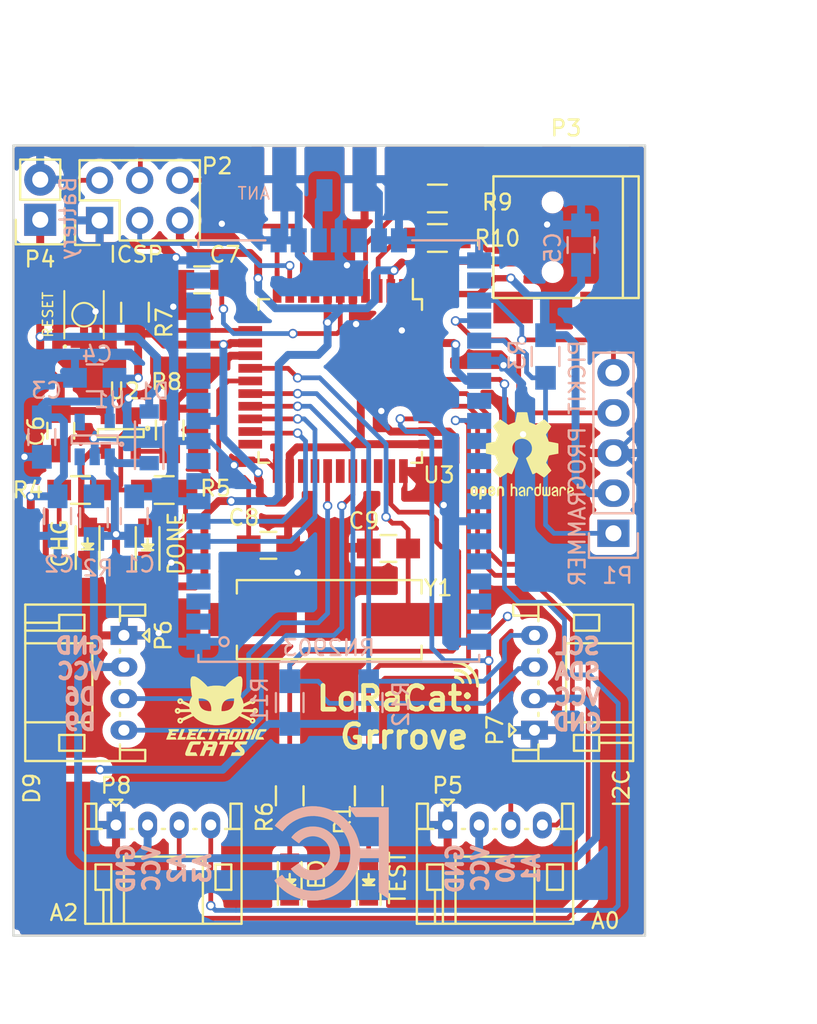
<source format=kicad_pcb>
(kicad_pcb (version 20221018) (generator pcbnew)
  (title_block (title "LoRa Cat") (rev "0.9") (company "Electronic Cats") (comment 1 "Eduardo Contreras Flores"))
  (layers (0 "F.Cu" signal) (31 "B.Cu" signal) (34 "B.Paste" user) (35 "F.Paste" user) (36 "B.SilkS" user "B.Silkscreen") (37 "F.SilkS" user "F.Silkscreen") (38 "B.Mask" user) (39 "F.Mask" user) (44 "Edge.Cuts" user))
  (net 0 "")
  (net 1 "Net-(A1-Pad1)")
  (net 2 "GND")
  (net 3 "VCC")
  (net 4 "+3V3")
  (net 5 "+BATT")
  (net 6 "Net-(C7-Pad1)")
  (net 7 "Net-(C8-Pad1)")
  (net 8 "Net-(C9-Pad1)")
  (net 9 "Net-(D2-Pad2)")
  (net 10 "Net-(D3-Pad1)")
  (net 11 "Net-(D4-Pad2)")
  (net 12 "Net-(D5-Pad2)")
  (net 13 "/RST_RN")
  (net 14 "/TEST1")
  (net 15 "/TEST0")
  (net 16 "/RST")
  (net 17 "/MOSI")
  (net 18 "/SCK")
  (net 19 "/MISO")
  (net 20 "/D-")
  (net 21 "/D+")
  (net 22 "Net-(P3-Pad5)")
  (net 23 "/A0")
  (net 24 "/A1")
  (net 25 "/D6")
  (net 26 "/D9")
  (net 27 "/SDA")
  (net 28 "/SCL")
  (net 29 "/A2")
  (net 30 "/A3")
  (net 31 "Net-(MODULE1-Pad36)")
  (net 32 "Net-(R2-Pad1)")
  (net 33 "Net-(R4-Pad1)")
  (net 34 "/D13")
  (net 35 "Net-(R8-Pad1)")
  (net 36 "Net-(R9-Pad1)")
  (net 37 "Net-(R10-Pad1)")
  (net 38 "Net-(U1-Pad4)")
  (net 39 "Net-(U3-Pad1)")
  (net 40 "Net-(U3-Pad8)")
  (net 41 "Net-(U3-Pad12)")
  (net 42 "/RX_TX")
  (net 43 "/TX_RX")
  (net 44 "Net-(U3-Pad22)")
  (net 45 "Net-(U3-Pad25)")
  (net 46 "Net-(U3-Pad26)")
  (net 47 "Net-(U3-Pad28)")
  (net 48 "Net-(U3-Pad30)")
  (net 49 "Net-(U3-Pad31)")
  (net 50 "Net-(U3-Pad40)")
  (net 51 "Net-(U3-Pad41)")
  (net 52 "Net-(MODULE1-Pad46)")
  (net 53 "Net-(MODULE1-Pad45)")
  (net 54 "Net-(MODULE1-Pad44)")
  (net 55 "Net-(MODULE1-Pad43)")
  (net 56 "Net-(MODULE1-Pad40)")
  (net 57 "Net-(MODULE1-Pad39)")
  (net 58 "Net-(MODULE1-Pad38)")
  (net 59 "Net-(MODULE1-Pad37)")
  (net 60 "Net-(MODULE1-Pad35)")
  (net 61 "Net-(MODULE1-Pad25)")
  (net 62 "Net-(MODULE1-Pad14)")
  (net 63 "Net-(MODULE1-Pad13)")
  (net 64 "Net-(MODULE1-Pad10)")
  (net 65 "Net-(MODULE1-Pad9)")
  (net 66 "Net-(MODULE1-Pad5)")
  (net 67 "Net-(MODULE1-Pad4)")
  (net 68 "Net-(MODULE1-Pad3)")
  (net 69 "Net-(MODULE1-Pad2)")
  (footprint "Capacitors_SMD:C_0805_HandSoldering" (layer "F.Cu") (at 127.8 93.2 -90)
    (fp_text reference "C6")
    (fp_text value "10uF")
  )
  (footprint "Capacitors_SMD:C_0805_HandSoldering" (layer "F.Cu") (at 136.75 83.65 180)
    (fp_text reference "C7")
    (fp_text value "1uF")
  )
  (footprint "Capacitors_SMD:C_0805_HandSoldering" (layer "F.Cu") (at 140.95 100.45)
    (fp_text reference "C8")
    (fp_text value "22pF")
  )
  (footprint "Capacitors_SMD:C_0805_HandSoldering" (layer "F.Cu") (at 148.55 100.65 180)
    (fp_text reference "C9")
    (fp_text value "22pF")
  )
  (footprint "LEDs:LED_0805" (layer "F.Cu") (at 147.3 121.60098 90)
    (fp_text reference "D2")
    (fp_text value "TEST")
  )
  (footprint "LEDs:LED_0805" (layer "F.Cu") (at 129.5 100.35 90)
    (fp_text reference "D3")
    (fp_text value "CHG")
  )
  (footprint "LEDs:LED_0805" (layer "F.Cu") (at 133.3 100.39902 90)
    (fp_text reference "D4")
    (fp_text value "DONE")
  )
  (footprint "LEDs:LED_0805" (layer "F.Cu") (at 142.3 121.60098 90)
    (fp_text reference "D5")
    (fp_text value "LED")
  )
  (footprint "Pin_Headers:Pin_Header_Straight_2x03" (layer "F.Cu") (at 130.26 79.89 90)
    (fp_text reference "P2")
    (fp_text value "ICSP")
  )
  (footprint "Pin_Headers:Pin_Header_Straight_1x02" (layer "F.Cu") (at 126.5 79.85 180)
    (fp_text reference "P4")
    (fp_text value "Battery")
  )
  (footprint "Connectors_JST:JST_PH_S4B-PH-K_04x2.00mm_Angled" (layer "F.Cu") (at 152.3 118.15)
    (fp_text reference "P5")
    (fp_text value "A0")
  )
  (footprint "Connectors_JST:JST_PH_S4B-PH-K_04x2.00mm_Angled" (layer "F.Cu") (at 131.8 106.15 -90)
    (fp_text reference "P6")
    (fp_text value "D9")
  )
  (footprint "Connectors_JST:JST_PH_S4B-PH-K_04x2.00mm_Angled" (layer "F.Cu") (at 157.8 112.15 90)
    (fp_text reference "P7")
    (fp_text value "I2C")
  )
  (footprint "Connectors_JST:JST_PH_S4B-PH-K_04x2.00mm_Angled" (layer "F.Cu") (at 131.3 118.15)
    (fp_text reference "P8")
    (fp_text value "A2")
  )
  (footprint "Resistors_SMD:R_0805_HandSoldering" (layer "F.Cu") (at 147.3 116.3 -90)
    (fp_text reference "R1")
    (fp_text value "100R")
  )
  (footprint "Resistors_SMD:R_0805_HandSoldering" (layer "F.Cu") (at 129.05 96.95 180)
    (fp_text reference "R4")
    (fp_text value "330R")
  )
  (footprint "Resistors_SMD:R_0805_HandSoldering" (layer "F.Cu") (at 134.35 96.95)
    (fp_text reference "R5")
    (fp_text value "330R")
  )
  (footprint "Resistors_SMD:R_0805_HandSoldering" (layer "F.Cu") (at 142.3 116.3 -90)
    (fp_text reference "R6")
    (fp_text value "330")
  )
  (footprint "Resistors_SMD:R_0805_HandSoldering" (layer "F.Cu") (at 132.5 85.7 90)
    (fp_text reference "R7")
    (fp_text value "10K")
  )
  (footprint "Resistors_SMD:R_0805_HandSoldering" (layer "F.Cu") (at 134.7 93.15 90)
    (fp_text reference "R8")
    (fp_text value "10K")
  )
  (footprint "Resistors_SMD:R_0805_HandSoldering" (layer "F.Cu") (at 151.65 78.5)
    (fp_text reference "R9")
    (fp_text value "22R")
  )
  (footprint "Resistors_SMD:R_0805_HandSoldering" (layer "F.Cu") (at 151.65 81)
    (fp_text reference "R10")
    (fp_text value "22R")
  )
  (footprint "TO_SOT_Packages_SMD:SOT-23-5" (layer "F.Cu") (at 131.6 93.35 -90)
    (fp_text reference "U2")
    (fp_text value "MCP73831T-2ATI/OT")
  )
  (footprint "Housings_QFP:TQFP-44_10x10mm_Pitch0.8mm" (layer "F.Cu") (at 145.5 90.05 -90)
    (fp_text reference "U3")
    (fp_text value "ATmega32U4-AU")
  )
  (footprint "Crystals:Crystal_HC49-SD_SMD" (layer "F.Cu") (at 144.8 105.15)
    (fp_text reference "Y1")
    (fp_text value "8Mhz")
  )
  (footprint "TIH:SW_B3U-1000P" (layer "F.Cu") (at 129.274 85.856 90)
    (fp_text reference "SW1")
    (fp_text value "RESET")
  )
  (footprint "TIH:electronic_cats_logo_4x3" (layer "F.Cu") (at 137.656 111.256)
    (fp_text reference "G***" hide)
    (fp_text value "LOGO" hide)
  )
  (footprint "Symbols:OSHW-Logo2_7.3x6mm_SilkScreen" (layer "F.Cu") (at 157.02 94.79)
    (fp_text reference "REF***" hide)
    (fp_text value "OSHW-Logo2_7.3x6mm_SilkScreen" hide)
  )
  (footprint "Connect:USB_Mini-B" (layer "F.Cu") (at 159.79932 80.9499 180)
    (fp_text reference "P3")
    (fp_text value "USB_A")
  )
  (footprint "CatSat:SMA_Conn_Ant" (layer "B.Cu") (at 144.5 75.25 -90)
    (fp_text reference "A1")
    (fp_text value "ANT")
  )
  (footprint "Capacitors_SMD:C_0805_HandSoldering" (layer "B.Cu") (at 132.45 98.6 90)
    (fp_text reference "C1")
    (fp_text value "10uF")
  )
  (footprint "Capacitors_SMD:C_0805_HandSoldering" (layer "B.Cu") (at 127.6 98.6 -90)
    (fp_text reference "C2")
    (fp_text value "10uF")
  )
  (footprint "Capacitors_SMD:C_0805_HandSoldering" (layer "B.Cu") (at 126.6 93.6 -90)
    (fp_text reference "C3")
    (fp_text value "1uF")
  )
  (footprint "Capacitors_SMD:C_0805_HandSoldering" (layer "B.Cu") (at 129.95 89.85 180)
    (fp_text reference "C4")
    (fp_text value "0.1uF")
  )
  (footprint "Capacitors_SMD:C_0805_HandSoldering" (layer "B.Cu") (at 160.75 81.45 90)
    (fp_text reference "C5")
    (fp_text value "0.1uF")
  )
  (footprint "Diodes_SMD:SOD-123" (layer "B.Cu") (at 133.4 93.615 90)
    (fp_text reference "D1")
    (fp_text value "MBR120")
  )
  (footprint "Pin_Headers:Pin_Header_Straight_1x05" (layer "B.Cu") (at 162.8 99.69)
    (fp_text reference "P1")
    (fp_text value "PICKIT PROGRAMMER")
  )
  (footprint "Resistors_SMD:R_0805_HandSoldering" (layer "B.Cu") (at 129.9 98.7 -90)
    (fp_text reference "R2")
    (fp_text value "100K")
  )
  (footprint "Resistors_SMD:R_0805_HandSoldering" (layer "B.Cu") (at 158.5 88.5 -90)
    (fp_text reference "R3")
    (fp_text value "10K")
  )
  (footprint "Resistors_SMD:R_0805_HandSoldering" (layer "B.Cu") (at 142.3 110.4 90)
    (fp_text reference "R11")
    (fp_text value "4.7K")
  )
  (footprint "Resistors_SMD:R_0805_HandSoldering" (layer "B.Cu") (at 147.3 110.4 90)
    (fp_text reference "R12")
    (fp_text value "4.7K")
  )
  (footprint "TO_SOT_Packages_SMD:SOT-23-5" (layer "B.Cu") (at 129.95 93.75 90)
    (fp_text reference "U1")
    (fp_text value "AP2112")
  )
  (footprint "Library:RN2483" (layer "B.Cu") (at 154.298262 107.82 180)
    (fp_text reference "RN2903")
    (fp_text value "RN2903" hide)
  )
  (footprint "Symbols:FCC-Logo_7.3x6mm_SilkScreen" (layer "B.Cu") (at 144.94 119.94 180)
    (fp_text reference "REF***" hide)
    (fp_text value "FCC-Logo_7.3x6mm_SilkScreen" hide)
  )
  (gr_arc (start 152.7 107.85) (mid 153.76066 108.28934) (end 154.2 109.35) (stroke (width 0.2)) (layer "F.SilkS"))
  (gr_arc (start 152.8 108.35) (mid 153.414056 108.575131) (end 153.737074 109.143821) (stroke (width 0.2)) (layer "F.SilkS"))
  (gr_arc (start 152.8 108.8) (mid 153.080314 108.885966) (end 153.264238 109.114305) (stroke (width 0.2)) (layer "F.SilkS"))
  (gr_line (start 164.8 75.15) (end 164.8 125.15) (stroke (width 0.15)) (layer "Edge.Cuts"))
  (gr_line (start 164.8 125.15) (end 124.8 125.15) (stroke (width 0.15)) (layer "Edge.Cuts"))
  (gr_line (start 124.8 125.15) (end 124.8 75.15) (stroke (width 0.15)) (layer "Edge.Cuts"))
  (gr_line (start 124.8 75.15) (end 164.8 75.15) (stroke (width 0.15)) (layer "Edge.Cuts"))
  (gr_text "GND\nVCC\nA2\nA3" (at 134.354 120.908 90) (layer "B.SilkS") (effects (font (size 1 1) (thickness 0.25)) (justify mirror)))
  (gr_text "GND\nVCC\nA0\nA1" (at 155.182 120.908 90) (layer "B.SilkS") (effects (font (size 1 1) (thickness 0.25)) (justify mirror)))
  (gr_text "SCL\nSDA\nVCC\nGND" (at 160.516 109.25) (layer "B.SilkS") (effects (font (size 1 1) (thickness 0.25)) (justify mirror)))
  (gr_text "GND\nVCC\nD6\nD9" (at 129.02 109.224) (layer "B.SilkS") (effects (font (size 1 1) (thickness 0.25)) (justify mirror)))
  (gr_text "LoRaCat: \nGrrrove" (at 149.55 111.35) (layer "F.SilkS") (effects (font (size 1.5 1.5) (thickness 0.3))))
  (segment (start 144.5 78.298) (end 144.138262 78.659738) (width 0.5) (layer "B.Cu") (net 1))
  (segment (start 144.138262 78.659738) (end 144.138262 81.15) (width 0.5) (layer "B.Cu") (net 1))
  (segment (start 134.7 91.7) (end 134.7 91.8) (width 0.5) (layer "F.Cu") (net 2))
  (segment (start 131.67 91.15) (end 132.1 91.15) (width 0.3) (layer "F.Cu") (net 2))
  (segment (start 162.8 94.61) (end 161.284 94.61) (width 0.5) (layer "F.Cu") (net 2))
  (segment (start 134.69804 101.44804) (end 134.8 101.55) (width 0.5) (layer "F.Cu") (net 2))
  (segment (start 142.2 101.575) (end 142.8 102.175) (width 0.5) (layer "F.Cu") (net 2))
  (segment (start 141.5 95.75) (end 140.849999 95.099999) (width 0.3) (layer "F.Cu") (net 2))
  (segment (start 149.85 95.75) (end 152.15 98.05) (width 0.5) (layer "F.Cu") (net 2))
  (segment (start 130 87.9) (end 130 85.65) (width 0.5) (layer "F.Cu") (net 2))
  (segment (start 139.8 88.45) (end 138.55 88.45) (width 0.5) (layer "F.Cu") (net 2))
  (segment (start 158.59974 80.15026) (end 158.6 80.15) (width 0.5) (layer "F.Cu") (net 2))
  (segment (start 148.1 92.65) (end 148.1 91.95) (width 0.5) (layer "F.Cu") (net 2))
  (segment (start 152.8 93.660002) (end 152.8 95.2) (width 0.5) (layer "F.Cu") (net 2))
  (segment (start 147.1 100.45) (end 147.3 100.65) (width 0.3) (layer "F.Cu") (net 2))
  (segment (start 156.35 80.1498) (end 158.5998 80.1498) (width 0.3) (layer "F.Cu") (net 2))
  (segment (start 127.8 94.45) (end 128.57343 93.67657) (width 0.5) (layer "F.Cu") (net 2))
  (segment (start 139.050001 95.099999) (end 138.769669 95.380331) (width 0.3) (layer "F.Cu") (net 2))
  (segment (start 152.25 95.75) (end 151.57499 95.75) (width 0.5) (layer "F.Cu") (net 2))
  (segment (start 158.6 80.15) (end 159.230998 80.15) (width 0.5) (layer "F.Cu") (net 2))
  (segment (start 161.284 94.61) (end 160.099 93.425) (width 0.5) (layer "F.Cu") (net 2))
  (segment (start 131.8 106.15) (end 133.85 106.15) (width 0.5) (layer "F.Cu") (net 2))
  (segment (start 127.8 94.45) (end 125.9 94.45) (width 0.5) (layer "F.Cu") (net 2))
  (segment (start 131.6 92.25) (end 131.6 91.22) (width 0.3) (layer "F.Cu") (net 2))
  (segment (start 131.6 91.22) (end 131.67 91.15) (width 0.3) (layer "F.Cu") (net 2))
  (segment (start 149.5 95.75) (end 151.57499 95.75) (width 0.5) (layer "F.Cu") (net 2))
  (segment (start 149.5 95.75) (end 149.85 95.75) (width 0.5) (layer "F.Cu") (net 2))
  (segment (start 133.85 106.15) (end 134 106) (width 0.5) (layer "F.Cu") (net 2))
  (segment (start 160.099 93.425) (end 157.075 93.425) (width 0.5) (layer "F.Cu") (net 2))
  (segment (start 138.15 88.85) (end 137.55 88.85) (width 0.5) (layer "F.Cu") (net 2))
  (segment (start 146.3 83.1) (end 145.925 82.725) (width 0.5) (layer "F.Cu") (net 2))
  (segment (start 152.389998 93.25) (end 152.8 93.660002) (width 0.5) (layer "F.Cu") (net 2))
  (segment (start 151.2 93.25) (end 148.7 93.25) (width 0.5) (layer "F.Cu") (net 2))
  (segment (start 133.3 101.44804) (end 134.69804 101.44804) (width 0.5) (layer "F.Cu") (net 2))
  (segment (start 137.55 88.85) (end 134.7 91.7) (width 0.5) (layer "F.Cu") (net 2))
  (segment (start 138.55 88.45) (end 138.15 88.85) (width 0.5) (layer "F.Cu") (net 2))
  (segment (start 125.9 94.45) (end 125.5 94.85) (width 0.5) (layer "F.Cu") (net 2))
  (segment (start 151.2 86.85) (end 149.4 86.85) (width 0.5) (layer "F.Cu") (net 2))
  (segment (start 151.2 93.25) (end 152.389998 93.25) (width 0.5) (layer "F.Cu") (net 2))
  (segment (start 140.849999 95.099999) (end 139.050001 95.099999) (width 0.3) (layer "F.Cu") (net 2))
  (segment (start 128.57343 93.67657) (end 129.888258 93.67657) (width 0.5) (layer "F.Cu") (net 2))
  (segment (start 152.8 95.2) (end 152.25 95.75) (width 0.5) (layer "F.Cu") (net 2))
  (segment (start 148.7 93.25) (end 148.1 92.65) (width 0.5) (layer "F.Cu") (net 2))
  (segment (start 135.5 83.65) (end 135.5 84.775) (width 0.5) (layer "F.Cu") (net 2))
  (segment (start 146.3 84.35) (end 146.3 83.1) (width 0.5) (layer "F.Cu") (net 2))
  (segment (start 142.2 100.45) (end 142.2 101.575) (width 0.5) (layer "F.Cu") (net 2))
  (segment (start 142.2 100.45) (end 147.1 100.45) (width 0.3) (layer "F.Cu") (net 2))
  (segment (start 135.5 84.775) (end 134.925 85.35) (width 0.5) (layer "F.Cu") (net 2))
  (segment (start 146.3 86.25) (end 146.5 86.45) (width 0.5) (layer "F.Cu") (net 2))
  (segment (start 146.3 84.35) (end 146.3 86.25) (width 0.5) (layer "F.Cu") (net 2))
  (segment (start 158.5998 80.1498) (end 158.6 80.15) (width 0.5) (layer "F.Cu") (net 2))
  (via (at 148.1 91.95) (size 0.6) (drill 0.4) (layers "F.Cu" "B.Cu") (net 2))
  (via (at 146.5 86.45) (size 0.6) (drill 0.4) (layers "F.Cu" "B.Cu") (net 2))
  (via (at 138.769669 95.380331) (size 0.6) (drill 0.4) (layers "F.Cu" "B.Cu") (net 2))
  (via (at 129.888258 93.67657) (size 0.6) (drill 0.4) (layers "F.Cu" "B.Cu") (net 2))
  (via (at 155.840262 89.05) (size 0.6) (drill 0.4) (layers "F.Cu" "B.Cu") (net 2))
  (via (at 135.086262 82.25) (size 0.6) (drill 0.4) (layers "F.Cu" "B.Cu") (net 2))
  (via (at 145.925 82.725) (size 0.6) (drill 0.4) (layers "F.Cu" "B.Cu") (net 2))
  (via (at 142.8 102.175) (size 0.6) (drill 0.4) (layers "F.Cu" "B.Cu") (net 2))
  (via (at 132.1 91.15) (size 0.6) (drill 0.4) (layers "F.Cu" "B.Cu") (net 2))
  (via (at 125.5 94.85) (size 0.6) (drill 0.4) (layers "F.Cu" "B.Cu") (net 2))
  (via (at 138 80.1) (size 0.6) (drill 0.4) (layers "F.Cu" "B.Cu") (net 2))
  (via (at 149.4 86.85) (size 0.6) (drill 0.4) (layers "F.Cu" "B.Cu") (net 2))
  (via (at 130 85.65) (size 0.6) (drill 0.4) (layers "F.Cu" "B.Cu") (net 2))
  (via (at 134.925 85.35) (size 0.6) (drill 0.4) (layers "F.Cu" "B.Cu") (net 2))
  (via (at 134 106) (size 0.6) (drill 0.4) (layers "F.Cu" "B.Cu") (net 2))
  (via (at 152.05 97.9) (size 0.6) (drill 0.4) (layers "F.Cu" "B.Cu") (net 2))
  (via (at 158.6 80.15) (size 0.6) (drill 0.4) (layers "F.Cu" "B.Cu") (net 2))
  (via (at 134.8 101.55) (size 0.6) (drill 0.4) (layers "F.Cu" "B.Cu") (net 2))
  (via (at 157.075 93.425) (size 0.6) (drill 0.4) (layers "F.Cu" "B.Cu") (net 2))
  (segment (start 147.948262 78.190262) (end 147.04 77.282) (width 0.5) (layer "B.Cu") (net 2))
  (segment (start 125.475 94.85) (end 125.149999 95.175001) (width 0.5) (layer "B.Cu") (net 2))
  (segment (start 129.95 94.85) (end 129.95 93.82) (width 0.3) (layer "B.Cu") (net 2))
  (segment (start 129.888258 93.67657) (end 131.9 93.75) (width 0.3) (layer "B.Cu") (net 2))
  (segment (start 125.5 94.85) (end 125.174999 95.175001) (width 0.5) (layer "B.Cu") (net 2))
  (segment (start 134.375736 101.55) (end 134 101.925736) (width 0.5) (layer "B.Cu") (net 2))
  (segment (start 164.4 101.85) (end 164.3 101.95) (width 0.5) (layer "B.Cu") (net 2))
  (segment (start 125.149999 95.175001) (end 125.149999 98.224999) (width 0.5) (layer "B.Cu") (net 2))
  (segment (start 164.225 87.325) (end 163.8 87.325) (width 0.5) (layer "B.Cu") (net 2))
  (segment (start 148.102 77.282) (end 148.55 77.73) (width 0.3) (layer "B.Cu") (net 2))
  (segment (start 149.218262 79.888) (end 149.218262 81.15) (width 0.5) (layer "B.Cu") (net 2))
  (segment (start 141.96 80.788262) (end 141.598262 81.15) (width 0.5) (layer "B.Cu") (net 2))
  (segment (start 152.05 97.9) (end 152.05 98.324264) (width 0.5) (layer "B.Cu") (net 2))
  (segment (start 148.102 77.282) (end 147.04 77.282) (width 0.3) (layer "B.Cu") (net 2))
  (segment (start 129.95 93.738312) (end 129.888258 93.67657) (width 0.5) (layer "B.Cu") (net 2))
  (segment (start 155.560262 88.77) (end 154.298262 88.77) (width 0.4) (layer "B.Cu") (net 2))
  (segment (start 131.9 93.75) (end 132.1 93.55) (width 0.3) (layer "B.Cu") (net 2))
  (segment (start 141.55 81.101738) (end 141.598262 81.15) (width 0.5) (layer "B.Cu") (net 2))
  (segment (start 157.025 90.234738) (end 155.560262 88.77) (width 0.5) (layer "B.Cu") (net 2))
  (segment (start 130.02 93.75) (end 129.888258 93.67657) (width 0.3) (layer "B.Cu") (net 2))
  (segment (start 138.025 80.075) (end 138 80.1) (width 0.5) (layer "B.Cu") (net 2))
  (segment (start 149.218262 78.198262) (end 149.218262 79.888) (width 0.5) (layer "B.Cu") (net 2))
  (segment (start 152.100736 98.375) (end 152.05 98.324264) (width 0.5) (layer "B.Cu") (net 2))
  (segment (start 141.96 77.282) (end 141.96 80.788262) (width 0.5) (layer "B.Cu") (net 2))
  (segment (start 149.218262 78.398262) (end 148.102 77.282) (width 0.3) (layer "B.Cu") (net 2))
  (segment (start 163.46 94.61) (end 164.5 95.65) (width 0.3) (layer "B.Cu") (net 2))
  (segment (start 125.149999 98.224999) (end 125.55 98.625) (width 0.5) (layer "B.Cu") (net 2))
  (segment (start 155.560262 88.77) (end 155.840262 89.05) (width 0.5) (layer "B.Cu") (net 2))
  (segment (start 141.598262 77.643738) (end 141.96 77.282) (width 0.5) (layer "B.Cu") (net 2))
  (segment (start 157.025 92.025) (end 157.025 90.234738) (width 0.4) (layer "B.Cu") (net 2))
  (segment (start 134 101.925736) (end 134 105.575736) (width 0.5) (layer "B.Cu") (net 2))
  (segment (start 164.4 95.65) (end 164.4 101.75) (width 0.3) (layer "B.Cu") (net 2))
  (segment (start 162.8 94.61) (end 162.9524 94.61) (width 0.5) (layer "B.Cu") (net 2))
  (segment (start 148.302 77.282) (end 149.218262 78.198262) (width 0.5) (layer "B.Cu") (net 2))
  (segment (start 160.7 80.15) (end 160.75 80.2) (width 0.5) (layer "B.Cu") (net 2))
  (segment (start 125.174999 95.175001) (end 125.149999 95.175001) (width 0.5) (layer "B.Cu") (net 2))
  (segment (start 158.6 80.15) (end 160.7 80.15) (width 0.5) (layer "B.Cu") (net 2))
  (segment (start 134 105.575736) (end 134 106) (width 0.5) (layer "B.Cu") (net 2))
  (segment (start 129.95 94.85) (end 129.95 93.738312) (width 0.5) (layer "B.Cu") (net 2))
  (segment (start 126.6 94.85) (end 125.475 94.85) (width 0.5) (layer "B.Cu") (net 2))
  (segment (start 136.518262 82.42) (end 135.256262 82.42) (width 0.5) (layer "B.Cu") (net 2))
  (segment (start 147.948262 81.15) (end 147.948262 78.190262) (width 0.5) (layer "B.Cu") (net 2))
  (segment (start 126.6 94.85) (end 125.6 94.85) (width 0.5) (layer "B.Cu") (net 2))
  (segment (start 145.408262 81.15) (end 145.408262 82.208262) (width 0.5) (layer "B.Cu") (net 2))
  (segment (start 164.4 101.75) (end 164.4 101.85) (width 0.5) (layer "B.Cu") (net 2))
  (segment (start 125.5 94.85) (end 126.6 94.85) (width 0.5) (layer "B.Cu") (net 2))
  (segment (start 128.4 89.85) (end 128 89.45) (width 0.5) (layer "B.Cu") (net 2))
  (segment (start 164.45 87.55) (end 164.225 87.325) (width 0.5) (layer "B.Cu") (net 2))
  (segment (start 164.3 101.95) (end 163.7 101.95) (width 0.3) (layer "B.Cu") (net 2))
  (segment (start 164.45 93.1124) (end 164.45 87.55) (width 0.3) (layer "B.Cu") (net 2))
  (segment (start 137.239338 93.85) (end 136.518262 93.85) (width 0.3) (layer "B.Cu") (net 2))
  (segment (start 142.868262 82.068262) (end 143.65 82.85) (width 0.5) (layer "B.Cu") (net 2))
  (segment (start 125.55 98.625) (end 125.55 98.8) (width 0.5) (layer "B.Cu") (net 2))
  (segment (start 162.8 94.61) (end 163.46 94.61) (width 0.5) (layer "B.Cu") (net 2))
  (segment (start 162.9524 94.61) (end 164.45 93.1124) (width 0.3) (layer "B.Cu") (net 2))
  (segment (start 149.218262 81.15) (end 149.218262 78.398262) (width 0.3) (layer "B.Cu") (net 2))
  (segment (start 135.256262 82.42) (end 135.086262 82.25) (width 0.5) (layer "B.Cu") (net 2))
  (segment (start 128.7 89.85) (end 128.4 89.85) (width 0.5) (layer "B.Cu") (net 2))
  (segment (start 147.04 77.282) (end 148.302 77.282) (width 0.5) (layer "B.Cu") (net 2))
  (segment (start 138.769669 95.380331) (end 137.239338 93.85) (width 0.3) (layer "B.Cu") (net 2))
  (segment (start 145.408262 82.208262) (end 145.925 82.725) (width 0.5) (layer "B.Cu") (net 2))
  (segment (start 140.590262 81.15) (end 139.515262 80.075) (width 0.5) (layer "B.Cu") (net 2))
  (segment (start 134.8 101.55) (end 134.375736 101.55) (width 0.5) (layer "B.Cu") (net 2))
  (segment (start 132.1 93.55) (end 132.1 91.15) (width 0.3) (layer "B.Cu") (net 2))
  (segment (start 142.868262 81.15) (end 142.868262 82.068262) (width 0.5) (layer "B.Cu") (net 2))
  (segment (start 139.515262 80.075) (end 138.025 80.075) (width 0.5) (layer "B.Cu") (net 2))
  (segment (start 142.868262 81.15) (end 142.868262 78.190262) (width 0.5) (layer "B.Cu") (net 2))
  (segment (start 141.598262 81.15) (end 140.590262 81.15) (width 0.5) (layer "B.Cu") (net 2))
  (segment (start 142.868262 78.190262) (end 141.96 77.282) (width 0.5) (layer "B.Cu") (net 2))
  (segment (start 144.7 84.35) (end 144.7 85.6) (width 0.5) (layer "F.Cu") (net 3))
  (segment (start 148.800001 83.149999) (end 148.7 83.25) (width 0.4) (layer "F.Cu") (net 3))
  (segment (start 129.1 98.55) (end 129.5 98.95) (width 0.5) (layer "F.Cu") (net 3))
  (segment (start 144.7 85.6) (end 144.7 86.35) (width 0.5) (layer "F.Cu") (net 3))
  (segment (start 136.9 102.45) (end 136.3 103.05) (width 0.5) (layer "F.Cu") (net 3))
  (segment (start 129.5 98.95) (end 129.5 99.30098) (width 0.5) (layer "F.Cu") (net 3))
  (segment (start 129.825 94.45) (end 130.65 94.45) (width 0.4) (layer "F.Cu") (net 3))
  (segment (start 149.39944 82.55056) (end 148.9 83.05) (width 0.5) (layer "F.Cu") (net 3))
  (segment (start 148.7 83.25) (end 148.7 84.35) (width 0.4) (layer "F.Cu") (net 3))
  (segment (start 136.178686 81.95) (end 139.8 81.95) (width 0.5) (layer "F.Cu") (net 3))
  (segment (start 136.3 103.05) (end 131.8 103.05) (width 0.5) (layer "F.Cu") (net 3))
  (segment (start 130.85098 99.30098) (end 129.5 99.30098) (width 0.5) (layer "F.Cu") (net 3))
  (segment (start 129.1 95.175) (end 129.1 98.55) (width 0.4) (layer "F.Cu") (net 3))
  (segment (start 131.3 99.75) (end 130.85098 99.30098) (width 0.5) (layer "F.Cu") (net 3))
  (segment (start 156.35 82.5501) (end 149.3999 82.5501) (width 0.3) (layer "F.Cu") (net 3))
  (segment (start 139.8 81.95) (end 140.3 82.45) (width 0.5) (layer "F.Cu") (net 3))
  (segment (start 137.8 97.65) (end 136.9 98.55) (width 0.5) (layer "F.Cu") (net 3))
  (segment (start 129.825 94.45) (end 129.1 95.175) (width 0.4) (layer "F.Cu") (net 3))
  (segment (start 149.3999 82.5501) (end 149.39944 82.55056) (width 0.5) (layer "F.Cu") (net 3))
  (segment (start 131.3 102.55) (end 131.3 99.75) (width 0.5) (layer "F.Cu") (net 3))
  (segment (start 138.6 97.65) (end 137.8 97.65) (width 0.5) (layer "F.Cu") (net 3))
  (segment (start 131.8 103.05) (end 131.3 102.55) (width 0.5) (layer "F.Cu") (net 3))
  (segment (start 135.34 81.111314) (end 136.178686 81.95) (width 0.5) (layer "F.Cu") (net 3))
  (segment (start 136.9 98.55) (end 136.9 102.45) (width 0.5) (layer "F.Cu") (net 3))
  (segment (start 135.34 79.89) (end 135.34 81.111314) (width 0.5) (layer "F.Cu") (net 3))
  (segment (start 140.3 82.45) (end 140.3 83.55) (width 0.5) (layer "F.Cu") (net 3))
  (via (at 148.9 83.05) (size 0.6) (drill 0.4) (layers "F.Cu" "B.Cu") (net 3))
  (via (at 144.7 86.35) (size 0.6) (drill 0.4) (layers "F.Cu" "B.Cu") (net 3))
  (via (at 140.3 83.55) (size 0.6) (drill 0.4) (layers "F.Cu" "B.Cu") (net 3))
  (via (at 138.6 97.65) (size 0.6) (drill 0.4) (layers "F.Cu" "B.Cu") (net 3))
  (via (at 131.3 99.75) (size 0.6) (drill 0.4) (layers "F.Cu" "B.Cu") (net 3))
  (segment (start 131.225 96.205) (end 130.9 95.88) (width 0.5) (layer "B.Cu") (net 3))
  (segment (start 140.3 84.4) (end 140.35 84.4) (width 0.5) (layer "B.Cu") (net 3))
  (segment (start 145.6 85.45) (end 146.024264 85.45) (width 0.5) (layer "B.Cu") (net 3))
  (segment (start 129.9 101.3) (end 129.9 100.05) (width 0.5) (layer "B.Cu") (net 3))
  (segment (start 130.1 99.85) (end 129.9 100.05) (width 0.5) (layer "B.Cu") (net 3))
  (segment (start 160.9 110.15) (end 161.7 110.95) (width 0.5) (layer "B.Cu") (net 3))
  (segment (start 146.024264 85.45) (end 147.2 85.45) (width 0.5) (layer "B.Cu") (net 3))
  (segment (start 131.8 108.15) (end 130.45 108.15) (width 0.5) (layer "B.Cu") (net 3))
  (segment (start 161.7 110.95) (end 161.7 118.95) (width 0.5) (layer "B.Cu") (net 3))
  (segment (start 141.4 85.45) (end 145.6 85.45) (width 0.5) (layer "B.Cu") (net 3))
  (segment (start 144.999999 86.050001) (end 145.6 85.45) (width 0.5) (layer "B.Cu") (net 3))
  (segment (start 147.2 85.45) (end 147.7 84.95) (width 0.5) (layer "B.Cu") (net 3))
  (segment (start 132.45 99.85) (end 131.325 99.85) (width 0.5) (layer "B.Cu") (net 3))
  (segment (start 140.35 84.4) (end 141.4 85.45) (width 0.5) (layer "B.Cu") (net 3))
  (segment (start 157.8 110.15) (end 160.9 110.15) (width 0.5) (layer "B.Cu") (net 3))
  (segment (start 144.7 86.35) (end 144.999999 86.050001) (width 0.5) (layer "B.Cu") (net 3))
  (segment (start 147.7 84.95) (end 147.7 83.25) (width 0.5) (layer "B.Cu") (net 3))
  (segment (start 133.3 118.15) (end 133.3 119.5) (width 0.5) (layer "B.Cu") (net 3))
  (segment (start 141.3 97.65) (end 141.599999 97.350001) (width 0.5) (layer "B.Cu") (net 3))
  (segment (start 131.3 95.25) (end 130.9 94.85) (width 0.5) (layer "B.Cu") (net 3))
  (segment (start 132.45 99.85) (end 130.1 99.85) (width 0.5) (layer "B.Cu") (net 3))
  (segment (start 131.225 99.75) (end 131.225 96.205) (width 0.5) (layer "B.Cu") (net 3))
  (segment (start 130.9 95.88) (end 130.9 94.85) (width 0.5) (layer "B.Cu") (net 3))
  (segment (start 142.2 88.4) (end 141.599999 89.000001) (width 0.5) (layer "B.Cu") (net 3))
  (segment (start 132.55 120.25) (end 152.9 120.25) (width 0.5) (layer "B.Cu") (net 3))
  (segment (start 129.3 120.25) (end 128.9 119.85) (width 0.5) (layer "B.Cu") (net 3))
  (segment (start 161.7 118.95) (end 160.4 120.25) (width 0.5) (layer "B.Cu") (net 3))
  (segment (start 131.4 99.85) (end 131.3 99.75) (width 0.5) (layer "B.Cu") (net 3))
  (segment (start 131.325 99.85) (end 131.225 99.75) (width 0.5) (layer "B.Cu") (net 3))
  (segment (start 132.45 99.85) (end 131.4 99.85) (width 0.5) (layer "B.Cu") (net 3))
  (segment (start 147.7 83.25) (end 147.9 83.05) (width 0.5) (layer "B.Cu") (net 3))
  (segment (start 144.7 86.35) (end 144.7 87.8) (width 0.5) (layer "B.Cu") (net 3))
  (segment (start 147.9 83.05) (end 148.9 83.05) (width 0.5) (layer "B.Cu") (net 3))
  (segment (start 130.45 108.15) (end 129.9 107.6) (width 0.5) (layer "B.Cu") (net 3))
  (segment (start 141.599999 89.000001) (end 141.599999 97.350001) (width 0.5) (layer "B.Cu") (net 3))
  (segment (start 132.55 120.25) (end 129.9 120.25) (width 0.5) (layer "B.Cu") (net 3))
  (segment (start 129.9 107.6) (end 129.9 101.3) (width 0.5) (layer "B.Cu") (net 3))
  (segment (start 133.4 95.25) (end 131.3 95.25) (width 0.5) (layer "B.Cu") (net 3))
  (segment (start 133.3 119.5) (end 132.55 120.25) (width 0.5) (layer "B.Cu") (net 3))
  (segment (start 160.4 120.25) (end 152.9 120.25) (width 0.5) (layer "B.Cu") (net 3))
  (segment (start 129.4 108.15) (end 131.8 108.15) (width 0.5) (layer "B.Cu") (net 3))
  (segment (start 141.3 97.65) (end 138.6 97.65) (width 0.5) (layer "B.Cu") (net 3))
  (segment (start 152.9 120.25) (end 153.9 120.25) (width 0.5) (layer "B.Cu") (net 3))
  (segment (start 128.9 108.65) (end 129.4 108.15) (width 0.5) (layer "B.Cu") (net 3))
  (segment (start 153.9 120.25) (end 154.3 119.85) (width 0.5) (layer "B.Cu") (net 3))
  (segment (start 144.1 88.4) (end 142.2 88.4) (width 0.5) (layer "B.Cu") (net 3))
  (segment (start 140.3 83.55) (end 140.3 84.4) (width 0.5) (layer "B.Cu") (net 3))
  (segment (start 144.7 87.8) (end 144.1 88.4) (width 0.5) (layer "B.Cu") (net 3))
  (segment (start 128.9 119.85) (end 128.9 108.65) (width 0.5) (layer "B.Cu") (net 3))
  (segment (start 129.9 120.25) (end 129.3 120.25) (width 0.5) (layer "B.Cu") (net 3))
  (segment (start 154.3 119.85) (end 154.3 118.15) (width 0.5) (layer "B.Cu") (net 3))
  (segment (start 141.9 97.75) (end 142.3 97.35) (width 0.5) (layer "F.Cu") (net 4))
  (segment (start 140.9 97.75) (end 141.9 97.75) (width 0.5) (layer "F.Cu") (net 4))
  (segment (start 147.6 87.05) (end 148.6 86.05) (width 0.5) (layer "F.Cu") (net 4))
  (segment (start 151.2 86.05) (end 151.2 85.275) (width 0.4) (layer "F.Cu") (net 4))
  (segment (start 138.55 87.65) (end 138.45 87.75) (width 0.5) (layer "F.Cu") (net 4))
  (segment (start 152.8 87.75) (end 152.7 87.65) (width 0.5) (layer "F.Cu") (net 4))
  (segment (start 140.4 96.374264) (end 140.4 97.25) (width 0.5) (layer "F.Cu") (net 4))
  (segment (start 151.2 94.05) (end 146.4 94.05) (width 0.5) (layer "F.Cu") (net 4))
  (segment (start 142.764998 94.25) (end 146 94.25) (width 0.5) (layer "F.Cu") (net 4))
  (segment (start 146.4 94.05) (end 146.8 93.65) (width 0.5) (layer "F.Cu") (net 4))
  (segment (start 142.3 95.75) (end 142.3 94.714998) (width 0.5) (layer "F.Cu") (net 4))
  (segment (start 138.1 87.75) (end 134.35 87.75) (width 0.5) (layer "F.Cu") (net 4))
  (segment (start 140.3 96.274264) (end 140.4 96.374264) (width 0.5) (layer "F.Cu") (net 4))
  (segment (start 148.049999 86.600001) (end 148.6 86.05) (width 0.5) (layer "F.Cu") (net 4))
  (segment (start 151.2 87.65) (end 148.449999 87.65) (width 0.5) (layer "F.Cu") (net 4))
  (segment (start 149.7 86.05) (end 151.2 86.05) (width 0.5) (layer "F.Cu") (net 4))
  (segment (start 126.5 114.65) (end 125.9 114.05) (width 0.5) (layer "F.Cu") (net 4))
  (segment (start 134.35 87.75) (end 133.65 87.05) (width 0.5) (layer "F.Cu") (net 4))
  (segment (start 139.8 87.65) (end 138.55 87.65) (width 0.5) (layer "F.Cu") (net 4))
  (segment (start 155.875736 83.55) (end 156.3 83.55) (width 0.4) (layer "F.Cu") (net 4))
  (segment (start 146.8 93.65) (end 146.8 87.85) (width 0.5) (layer "F.Cu") (net 4))
  (segment (start 148.049999 87.25) (end 148.049999 86.600001) (width 0.5) (layer "F.Cu") (net 4))
  (segment (start 148.6 86.05) (end 149.7 86.05) (width 0.5) (layer "F.Cu") (net 4))
  (segment (start 130.3 114.65) (end 126.5 114.65) (width 0.5) (layer "F.Cu") (net 4))
  (segment (start 146.8 87.85) (end 147.6 87.05) (width 0.5) (layer "F.Cu") (net 4))
  (segment (start 133.65 87.05) (end 132.5 87.05) (width 0.5) (layer "F.Cu") (net 4))
  (segment (start 151.925 84.55) (end 154.291908 84.55) (width 0.4) (layer "F.Cu") (net 4))
  (segment (start 125.9 114.05) (end 125.9 97.35) (width 0.5) (layer "F.Cu") (net 4))
  (segment (start 154.291908 84.55) (end 155.291908 83.55) (width 0.4) (layer "F.Cu") (net 4))
  (segment (start 138.45 87.75) (end 138.1 87.75) (width 0.5) (layer "F.Cu") (net 4))
  (segment (start 140.4 97.25) (end 140.9 97.75) (width 0.5) (layer "F.Cu") (net 4))
  (segment (start 148.449999 87.65) (end 148.049999 87.25) (width 0.5) (layer "F.Cu") (net 4))
  (segment (start 155.291908 83.55) (end 155.875736 83.55) (width 0.4) (layer "F.Cu") (net 4))
  (segment (start 142.3 97.35) (end 142.3 95.75) (width 0.5) (layer "F.Cu") (net 4))
  (segment (start 132.7 87.25) (end 132.5 87.05) (width 0.5) (layer "F.Cu") (net 4))
  (segment (start 142.3 94.714998) (end 142.764998 94.25) (width 0.5) (layer "F.Cu") (net 4))
  (segment (start 152.7 87.65) (end 151.2 87.65) (width 0.5) (layer "F.Cu") (net 4))
  (segment (start 140.3 95.85) (end 140.3 96.274264) (width 0.5) (layer "F.Cu") (net 4))
  (segment (start 132.7 89.85) (end 132.7 87.25) (width 0.5) (layer "F.Cu") (net 4))
  (segment (start 146.2 94.25) (end 146.4 94.05) (width 0.5) (layer "F.Cu") (net 4))
  (segment (start 151.2 85.275) (end 151.925 84.55) (width 0.4) (layer "F.Cu") (net 4))
  (via (at 156.3 83.55) (size 0.6) (drill 0.4) (layers "F.Cu" "B.Cu") (net 4))
  (via (at 140.3 95.85) (size 0.6) (drill 0.4) (layers "F.Cu" "B.Cu") (net 4))
  (via (at 152.8 87.75) (size 0.6) (drill 0.4) (layers "F.Cu" "B.Cu") (net 4))
  (via (at 132.7 89.85) (size 0.6) (drill 0.4) (layers "F.Cu" "B.Cu") (net 4))
  (via (at 130.3 114.65) (size 0.6) (drill 0.4) (layers "F.Cu" "B.Cu") (net 4))
  (via (at 138.1 87.75) (size 0.6) (drill 0.4) (layers "F.Cu" "B.Cu") (net 4))
  (via (at 125.9 97.35) (size 0.6) (drill 0.4) (layers "F.Cu" "B.Cu") (net 4))
  (segment (start 158.4 84.65) (end 160.05 84.65) (width 0.5) (layer "B.Cu") (net 4))
  (segment (start 153.48826 90.04) (end 152.8 89.35174) (width 0.5) (layer "B.Cu") (net 4))
  (segment (start 160.05 84.65) (end 160.75 83.95) (width 0.5) (layer "B.Cu") (net 4))
  (segment (start 131.2 90.975) (end 130.825 91.35) (width 0.5) (layer "B.Cu") (net 4))
  (segment (start 130.63 91.35) (end 126.9 91.35) (width 0.5) (layer "B.Cu") (net 4))
  (segment (start 158.5 87.15) (end 158.5 84.65) (width 0.5) (layer "B.Cu") (net 4))
  (segment (start 127.725 92.35) (end 126.6 92.35) (width 0.5) (layer "B.Cu") (net 4))
  (segment (start 138.048542 114.65) (end 130.3 114.65) (width 0.5) (layer "B.Cu") (net 4))
  (segment (start 130.9 91.62) (end 130.63 91.35) (width 0.5) (layer "B.Cu") (net 4))
  (segment (start 158.4 87.15) (end 158.4 84.65) (width 0.5) (layer "B.Cu") (net 4))
  (segment (start 125.9 97.35) (end 127.6 97.35) (width 0.5) (layer "B.Cu") (net 4))
  (segment (start 160.4 96.266) (end 160.4 87.75) (width 0.5) (layer "B.Cu") (net 4))
  (segment (start 136.518262 92.58) (end 137.780262 92.58) (width 0.5) (layer "B.Cu") (net 4))
  (segment (start 137.780262 92.58) (end 138.1 92.260262) (width 0.5) (layer "B.Cu") (net 4))
  (segment (start 128 96.05) (end 128 92.625) (width 0.5) (layer "B.Cu") (net 4))
  (segment (start 161.284 97.15) (end 160.4 96.266) (width 0.5) (layer "B.Cu") (net 4))
  (segment (start 138.1 92.260262) (end 138.1 87.75) (width 0.5) (layer "B.Cu") (net 4))
  (segment (start 142.3 111.75) (end 140.948542 111.75) (width 0.5) (layer "B.Cu") (net 4))
  (segment (start 142.3 111.75) (end 147.3 111.75) (width 0.5) (layer "B.Cu") (net 4))
  (segment (start 158.5 84.65) (end 157.4 84.65) (width 0.5) (layer "B.Cu") (net 4))
  (segment (start 128 92.625) (end 127.725 92.35) (width 0.5) (layer "B.Cu") (net 4))
  (segment (start 162.8 97.15) (end 161.284 97.15) (width 0.5) (layer "B.Cu") (net 4))
  (segment (start 154.298262 90.04) (end 153.48826 90.04) (width 0.5) (layer "B.Cu") (net 4))
  (segment (start 131.2 89.85) (end 131.2 90.975) (width 0.5) (layer "B.Cu") (net 4))
  (segment (start 127.6 97.35) (end 127.6 96.45) (width 0.5) (layer "B.Cu") (net 4))
  (segment (start 138.1 93.65) (end 140.3 95.85) (width 0.5) (layer "B.Cu") (net 4))
  (segment (start 126.9 91.35) (end 126.6 91.65) (width 0.5) (layer "B.Cu") (net 4))
  (segment (start 140.948542 111.75) (end 138.048542 114.65) (width 0.5) (layer "B.Cu") (net 4))
  (segment (start 131.3 89.9) (end 132.65 89.9) (width 0.5) (layer "B.Cu") (net 4))
  (segment (start 132.65 89.9) (end 132.7 89.85) (width 0.5) (layer "B.Cu") (net 4))
  (segment (start 152.8 89.35174) (end 152.8 87.75) (width 0.5) (layer "B.Cu") (net 4))
  (segment (start 160.4 87.75) (end 159.8 87.15) (width 0.5) (layer "B.Cu") (net 4))
  (segment (start 127.6 96.45) (end 128 96.05) (width 0.5) (layer "B.Cu") (net 4))
  (segment (start 126.6 91.65) (end 126.6 92.35) (width 0.5) (layer "B.Cu") (net 4))
  (segment (start 160.75 83.95) (end 160.75 82.7) (width 0.5) (layer "B.Cu") (net 4))
  (segment (start 130.825 91.35) (end 130.63 91.35) (width 0.5) (layer "B.Cu") (net 4))
  (segment (start 159.8 87.15) (end 158.5 87.15) (width 0.5) (layer "B.Cu") (net 4))
  (segment (start 138.1 92.260262) (end 138.1 93.65) (width 0.5) (layer "B.Cu") (net 4))
  (segment (start 157.4 84.65) (end 156.3 83.55) (width 0.5) (layer "B.Cu") (net 4))
  (segment (start 130.9 92.65) (end 130.9 91.62) (width 0.5) (layer "B.Cu") (net 4))
  (segment (start 126.5 87.25) (end 126.5 79.85) (width 0.5) (layer "F.Cu") (net 5))
  (segment (start 126.5 88.85) (end 126.5 87.25) (width 0.5) (layer "F.Cu") (net 5))
  (segment (start 127.8 90.15) (end 126.5 88.85) (width 0.5) (layer "F.Cu") (net 5))
  (segment (start 127.8 91.95) (end 130.35 91.95) (width 0.5) (layer "F.Cu") (net 5))
  (segment (start 127.8 91.95) (end 127.8 90.15) (width 0.5) (layer "F.Cu") (net 5))
  (segment (start 130.35 91.95) (end 130.65 92.25) (width 0.5) (layer "F.Cu") (net 5))
  (via (at 126.5 87.25) (size 0.6) (drill 0.4) (layers "F.Cu" "B.Cu") (net 5))
  (segment (start 133.4 91.025) (end 133.9 90.525) (width 0.5) (layer "B.Cu") (net 5))
  (segment (start 133.4 91.98) (end 133.4 91.025) (width 0.5) (layer "B.Cu") (net 5))
  (segment (start 133.9 88.55) (end 132.6 87.25) (width 0.5) (layer "B.Cu") (net 5))
  (segment (start 133.9 90.525) (end 133.9 88.55) (width 0.5) (layer "B.Cu") (net 5))
  (segment (start 132.6 87.25) (end 126.5 87.25) (width 0.5) (layer "B.Cu") (net 5))
  (segment (start 145.3 87.05) (end 142.5 87.05) (width 0.3) (layer "F.Cu") (net 6))
  (segment (start 138 85.4) (end 138.1 85.5) (width 0.3) (layer "F.Cu") (net 6))
  (segment (start 145.5 84.35) (end 145.5 86.85) (width 0.3) (layer "F.Cu") (net 6))
  (segment (start 145.5 86.85) (end 145.3 87.05) (width 0.3) (layer "F.Cu") (net 6))
  (segment (start 138 83.65) (end 138 85.4) (width 0.3) (layer "F.Cu") (net 6))
  (via (at 142.5 87.05) (size 0.6) (drill 0.4) (layers "F.Cu" "B.Cu") (net 6))
  (via (at 138.1 85.5) (size 0.6) (drill 0.4) (layers "F.Cu" "B.Cu") (net 6))
  (segment (start 138.75 87.05) (end 142.5 87.05) (width 0.3) (layer "B.Cu") (net 6))
  (segment (start 138.1 85.5) (end 138.1 86.4) (width 0.3) (layer "B.Cu") (net 6))
  (segment (start 138.1 86.4) (end 138.75 87.05) (width 0.3) (layer "B.Cu") (net 6))
  (segment (start 139.7 100.45) (end 139.7 104.89886) (width 0.3) (layer "F.Cu") (net 7))
  (segment (start 139.7 100.45) (end 139.7 96.45) (width 0.3) (layer "F.Cu") (net 7))
  (segment (start 138.3 96.15) (end 137.8 95.65) (width 0.3) (layer "F.Cu") (net 7))
  (segment (start 137.8 90.65) (end 138.4 90.05) (width 0.3) (layer "F.Cu") (net 7))
  (segment (start 139.4 96.15) (end 138.3 96.15) (width 0.3) (layer "F.Cu") (net 7))
  (segment (start 139.7 104.89886) (end 139.95114 105.15) (width 0.3) (layer "F.Cu") (net 7))
  (segment (start 138.4 90.05) (end 139.8 90.05) (width 0.3) (layer "F.Cu") (net 7))
  (segment (start 139.7 96.45) (end 139.4 96.15) (width 0.3) (layer "F.Cu") (net 7))
  (segment (start 137.8 95.65) (end 137.8 90.65) (width 0.3) (layer "F.Cu") (net 7))
  (segment (start 142.2 89.25) (end 142.8 89.85) (width 0.3) (layer "F.Cu") (net 8))
  (segment (start 148.4 98.65) (end 148.8 99.05) (width 0.3) (layer "F.Cu") (net 8))
  (segment (start 139.8 89.25) (end 142.2 89.25) (width 0.3) (layer "F.Cu") (net 8))
  (segment (start 149.8 104.99886) (end 149.64886 105.15) (width 0.3) (layer "F.Cu") (net 8))
  (segment (start 149.4 99.05) (end 149.8 99.45) (width 0.3) (layer "F.Cu") (net 8))
  (segment (start 148.8 99.05) (end 149.4 99.05) (width 0.3) (layer "F.Cu") (net 8))
  (segment (start 149.8 99.45) (end 149.8 100.65) (width 0.3) (layer "F.Cu") (net 8))
  (segment (start 149.8 100.65) (end 149.8 104.99886) (width 0.3) (layer "F.Cu") (net 8))
  (via (at 148.4 98.65) (size 0.6) (drill 0.4) (layers "F.Cu" "B.Cu") (net 8))
  (via (at 142.8 89.85) (size 0.6) (drill 0.4) (layers "F.Cu" "B.Cu") (net 8))
  (segment (start 144.2 89.85) (end 148.4 94.05) (width 0.3) (layer "B.Cu") (net 8))
  (segment (start 142.8 89.85) (end 144.2 89.85) (width 0.3) (layer "B.Cu") (net 8))
  (segment (start 148.4 94.05) (end 148.4 98.65) (width 0.3) (layer "B.Cu") (net 8))
  (segment (start 147.3 120.55196) (end 147.3 117.65) (width 0.3) (layer "F.Cu") (net 9))
  (segment (start 128.04902 101.39902) (end 129.5 101.39902) (width 0.3) (layer "F.Cu") (net 10))
  (segment (start 127.7 96.95) (end 127.7 101.05) (width 0.3) (layer "F.Cu") (net 10))
  (segment (start 127.7 101.05) (end 128.04902 101.39902) (width 0.3) (layer "F.Cu") (net 10))
  (segment (start 135.7 98.75) (end 135.1 99.35) (width 0.3) (layer "F.Cu") (net 11))
  (segment (start 135.7 96.95) (end 135.7 98.75) (width 0.3) (layer "F.Cu") (net 11))
  (segment (start 133.3 99.35) (end 135.1 99.35) (width 0.3) (layer "F.Cu") (net 11))
  (segment (start 142.3 117.65) (end 142.3 120.55196) (width 0.3) (layer "F.Cu") (net 12))
  (segment (start 157.65 89.85) (end 158.5 89.85) (width 0.3) (layer "B.Cu") (net 13))
  (segment (start 156.55 88.2) (end 157.125 88.2) (width 0.3) (layer "B.Cu") (net 13))
  (segment (start 157.3 88.375) (end 157.3 89.5) (width 0.3) (layer "B.Cu") (net 13))
  (segment (start 157.3 89.5) (end 157.65 89.85) (width 0.3) (layer "B.Cu") (net 13))
  (segment (start 154.298262 87.5) (end 155.85 87.5) (width 0.3) (layer "B.Cu") (net 13))
  (segment (start 157.125 88.2) (end 157.3 88.375) (width 0.3) (layer "B.Cu") (net 13))
  (segment (start 158.5 89.85) (end 158.5 99.15) (width 0.3) (layer "B.Cu") (net 13))
  (segment (start 155.85 87.5) (end 156.55 88.2) (width 0.3) (layer "B.Cu") (net 13))
  (segment (start 159.04 99.69) (end 162.8 99.69) (width 0.3) (layer "B.Cu") (net 13))
  (segment (start 158.5 99.15) (end 159.04 99.69) (width 0.3) (layer "B.Cu") (net 13))
  (segment (start 157.52 92.07) (end 162.8 92.07) (width 0.3) (layer "F.Cu") (net 14))
  (segment (start 154 87.45) (end 156 87.45) (width 0.3) (layer "F.Cu") (net 14))
  (segment (start 156 87.45) (end 156.8 88.25) (width 0.3) (layer "F.Cu") (net 14))
  (segment (start 156.8 88.25) (end 156.8 91.35) (width 0.3) (layer "F.Cu") (net 14))
  (segment (start 152.8 86.25) (end 154 87.45) (width 0.3) (layer "F.Cu") (net 14))
  (segment (start 156.8 91.35) (end 157.52 92.07) (width 0.3) (layer "F.Cu") (net 14))
  (via (at 152.8 86.25) (size 0.6) (drill 0.4) (layers "F.Cu" "B.Cu") (net 14))
  (segment (start 152.82 86.23) (end 152.8 86.25) (width 0.3) (layer "B.Cu") (net 14))
  (segment (start 154.298262 86.23) (end 152.82 86.23) (width 0.3) (layer "B.Cu") (net 14))
  (segment (start 162.2 87.45) (end 162.8 88.05) (width 0.3) (layer "F.Cu") (net 15))
  (segment (start 157 87.45) (end 162.2 87.45) (width 0.3) (layer "F.Cu") (net 15))
  (segment (start 162.8 88.05) (end 162.8 89.53) (width 0.3) (layer "F.Cu") (net 15))
  (via (at 157 87.45) (size 0.6) (drill 0.4) (layers "F.Cu" "B.Cu") (net 15))
  (segment (start 157 86.599738) (end 157 87.45) (width 0.3) (layer "B.Cu") (net 15))
  (segment (start 155.360262 84.96) (end 157 86.599738) (width 0.3) (layer "B.Cu") (net 15))
  (segment (start 154.298262 84.96) (end 155.360262 84.96) (width 0.3) (layer "B.Cu") (net 15))
  (segment (start 128.8 82.982) (end 128.8 82.35) (width 0.3) (layer "F.Cu") (net 16))
  (segment (start 134.2 86.55) (end 134.5 86.85) (width 0.3) (layer "F.Cu") (net 16))
  (segment (start 133.8 84.35) (end 134.2 83.95) (width 0.3) (layer "F.Cu") (net 16))
  (segment (start 137.6 86.85) (end 139.8 86.85) (width 0.3) (layer "F.Cu") (net 16))
  (segment (start 132.5 84.35) (end 133.8 84.35) (width 0.3) (layer "F.Cu") (net 16))
  (segment (start 128.3 81.55) (end 128.3 81.85) (width 0.3) (layer "F.Cu") (net 16))
  (segment (start 129.038686 77.35) (end 128.3 78.088686) (width 0.3) (layer "F.Cu") (net 16))
  (segment (start 128.3 78.088686) (end 128.3 81.55) (width 0.3) (layer "F.Cu") (net 16))
  (segment (start 128.8 82.35) (end 133.7 82.35) (width 0.3) (layer "F.Cu") (net 16))
  (segment (start 134.2 83.95) (end 134.2 86.55) (width 0.3) (layer "F.Cu") (net 16))
  (segment (start 133.7 82.35) (end 134.2 82.85) (width 0.3) (layer "F.Cu") (net 16))
  (segment (start 128.3 81.85) (end 128.8 82.35) (width 0.3) (layer "F.Cu") (net 16))
  (segment (start 134.2 82.85) (end 134.2 83.95) (width 0.3) (layer "F.Cu") (net 16))
  (segment (start 129.274 84.156) (end 129.274 83.456) (width 0.3) (layer "F.Cu") (net 16))
  (segment (start 134.5 86.85) (end 137.6 86.85) (width 0.3) (layer "F.Cu") (net 16))
  (segment (start 130.26 77.35) (end 129.038686 77.35) (width 0.3) (layer "F.Cu") (net 16))
  (segment (start 134.2 84.15) (end 134.2 83.95) (width 0.3) (layer "F.Cu") (net 16))
  (segment (start 129.274 83.456) (end 128.8 82.982) (width 0.3) (layer "F.Cu") (net 16))
  (segment (start 142.3 84.35) (end 142.3 82.75) (width 0.3) (layer "F.Cu") (net 17))
  (via (at 142.3 82.75) (size 0.6) (drill 0.4) (layers "F.Cu" "B.Cu") (net 17))
  (segment (start 132.8 81.111314) (end 132.8 79.89) (width 0.3) (layer "B.Cu") (net 17))
  (segment (start 142.3 82.75) (end 140.4 82.75) (width 0.3) (layer "B.Cu") (net 17))
  (segment (start 133.038686 81.35) (end 132.8 81.111314) (width 0.3) (layer "B.Cu") (net 17))
  (segment (start 140.4 82.75) (end 139 81.35) (width 0.3) (layer "B.Cu") (net 17))
  (segment (start 139 81.35) (end 133.038686 81.35) (width 0.3) (layer "B.Cu") (net 17))
  (segment (start 139.7 76.25) (end 139.7 79.65) (width 0.3) (layer "F.Cu") (net 18))
  (segment (start 132.84 77.01) (end 132.84 76.06) (width 0.3) (layer "F.Cu") (net 18))
  (segment (start 140.3 80.25) (end 142.8 80.25) (width 0.3) (layer "F.Cu") (net 18))
  (segment (start 143.1 84.35) (end 143.1 83.15) (width 0.3) (layer "F.Cu") (net 18))
  (segment (start 132.84 76.06) (end 133.25 75.65) (width 0.3) (layer "F.Cu") (net 18))
  (segment (start 139.7 79.65) (end 140.3 80.25) (width 0.3) (layer "F.Cu") (net 18))
  (segment (start 142.8 80.25) (end 143.1 80.55) (width 0.3) (layer "F.Cu") (net 18))
  (segment (start 143.1 83.15) (end 143.1 82.7) (width 0.3) (layer "F.Cu") (net 18))
  (segment (start 133.25 75.65) (end 139.1 75.65) (width 0.3) (layer "F.Cu") (net 18))
  (segment (start 139.1 75.65) (end 139.7 76.25) (width 0.3) (layer "F.Cu") (net 18))
  (segment (start 143.1 80.55) (end 143.1 83.15) (width 0.3) (layer "F.Cu") (net 18))
  (segment (start 141 81.05) (end 141.5 81.55) (width 0.3) (layer "F.Cu") (net 19))
  (segment (start 140.1 81.05) (end 141 81.05) (width 0.3) (layer "F.Cu") (net 19))
  (segment (start 138.5 77.35) (end 139 77.85) (width 0.3) (layer "F.Cu") (net 19))
  (segment (start 135.34 77.35) (end 138.5 77.35) (width 0.3) (layer "F.Cu") (net 19))
  (segment (start 141.5 81.55) (end 141.5 84.35) (width 0.3) (layer "F.Cu") (net 19))
  (segment (start 139 77.85) (end 139 79.95) (width 0.3) (layer "F.Cu") (net 19))
  (segment (start 139 79.95) (end 140.1 81.05) (width 0.3) (layer "F.Cu") (net 19))
  (segment (start 141.5 83.1) (end 141.5 84.35) (width 0.3) (layer "F.Cu") (net 19))
  (segment (start 154.05 81.05) (end 154.25 81.25) (width 0.3) (layer "F.Cu") (net 20))
  (segment (start 154.75046 81.75046) (end 154.75092 81.75) (width 0.3) (layer "F.Cu") (net 20))
  (segment (start 154.05 81) (end 154.05 81.05) (width 0.3) (layer "F.Cu") (net 20))
  (segment (start 154.75092 81.75) (end 156.35 81.75) (width 0.3) (layer "F.Cu") (net 20))
  (segment (start 154.25 81.25) (end 154.25 81.2) (width 0.3) (layer "F.Cu") (net 20))
  (segment (start 154.75046 81.75046) (end 154.25 81.25) (width 0.3) (layer "F.Cu") (net 20))
  (segment (start 154.05 81) (end 153 81) (width 0.3) (layer "F.Cu") (net 20))
  (segment (start 156.47722 81.026) (end 156.40158 80.95036) (width 0.3) (layer "F.Cu") (net 21))
  (segment (start 154.5 78.75) (end 154.25 78.5) (width 0.3) (layer "F.Cu") (net 21))
  (segment (start 156.40158 80.95036) (end 154.70748 80.95036) (width 0.3) (layer "F.Cu") (net 21))
  (segment (start 154.5 80.74288) (end 154.5 78.75) (width 0.3) (layer "F.Cu") (net 21))
  (segment (start 154.25 78.5) (end 153 78.5) (width 0.3) (layer "F.Cu") (net 21))
  (segment (start 154.70748 80.95036) (end 154.5 80.74288) (width 0.3) (layer "F.Cu") (net 21))
  (segment (start 155.7 115.75) (end 154.9 114.95) (width 0.3) (layer "F.Cu") (net 23))
  (segment (start 154.9 107.75) (end 154.9 106.15) (width 0.3) (layer "F.Cu") (net 23))
  (segment (start 154.9 114.95) (end 154.9 107.75) (width 0.3) (layer "F.Cu") (net 23))
  (segment (start 156.3 118.15) (end 156.3 116.35) (width 0.3) (layer "F.Cu") (net 23))
  (segment (start 154.9 106.15) (end 156.1 104.95) (width 0.3) (layer "F.Cu") (net 23))
  (segment (start 156.3 116.35) (end 155.7 115.75) (width 0.3) (layer "F.Cu") (net 23))
  (segment (start 151.2 92.45) (end 149.3 92.45) (width 0.3) (layer "F.Cu") (net 23))
  (via (at 154.9 107.75) (size 0.6) (drill 0.4) (layers "F.Cu" "B.Cu") (net 23))
  (via (at 156.1 104.95) (size 0.6) (drill 0.4) (layers "F.Cu" "B.Cu") (net 23))
  (via (at 149.3 92.45) (size 0.6) (drill 0.4) (layers "F.Cu" "B.Cu") (net 23))
  (segment (start 151.3 106.95) (end 152.1 107.75) (width 0.3) (layer "B.Cu") (net 23))
  (segment (start 151.3 93.65) (end 151.3 106.95) (width 0.3) (layer "B.Cu") (net 23))
  (segment (start 150.9 93.25) (end 151.3 93.65) (width 0.3) (layer "B.Cu") (net 23))
  (segment (start 149.3 92.45) (end 149.3 92.874264) (width 0.3) (layer "B.Cu") (net 23))
  (segment (start 152.1 107.75) (end 154.9 107.75) (width 0.3) (layer "B.Cu") (net 23))
  (segment (start 149.3 92.874264) (end 149.675736 93.25) (width 0.3) (layer "B.Cu") (net 23))
  (segment (start 149.675736 93.25) (end 150.9 93.25) (width 0.3) (layer "B.Cu") (net 23))
  (segment (start 151.8 91.65) (end 153.6 91.65) (width 0.3) (layer "F.Cu") (net 24))
  (segment (start 160.2 117.15) (end 160.2 105.25) (width 0.3) (layer "F.Cu") (net 24))
  (segment (start 159.2 118.15) (end 160.2 117.15) (width 0.3) (layer "F.Cu") (net 24))
  (segment (start 154.2 92.25) (end 154.2 101.25) (width 0.3) (layer "F.Cu") (net 24))
  (segment (start 151.2 91.65) (end 151.8 91.65) (width 0.3) (layer "F.Cu") (net 24))
  (segment (start 158.3 118.15) (end 159.2 118.15) (width 0.3) (layer "F.Cu") (net 24))
  (segment (start 157.3 102.35) (end 155.3 102.35) (width 0.3) (layer "F.Cu") (net 24))
  (segment (start 153.6 91.65) (end 154.2 92.25) (width 0.3) (layer "F.Cu") (net 24))
  (segment (start 160.2 105.25) (end 157.3 102.35) (width 0.3) (layer "F.Cu") (net 24))
  (segment (start 155.3 102.35) (end 154.2 101.25) (width 0.3) (layer "F.Cu") (net 24))
  (segment (start 144.7 95.75) (end 144.7 97.95) (width 0.3) (layer "F.Cu") (net 25))
  (via (at 144.7 97.95) (size 0.6) (drill 0.4) (layers "F.Cu" "B.Cu") (net 25))
  (segment (start 139.7 107.35) (end 141.7 105.35) (width 0.3) (layer "B.Cu") (net 25))
  (segment (start 139.1 110.15) (end 139.7 109.55) (width 0.3) (layer "B.Cu") (net 25))
  (segment (start 144.1 105.35) (end 144.7 104.75) (width 0.3) (layer "B.Cu") (net 25))
  (segment (start 139.7 109.55) (end 139.7 107.35) (width 0.3) (layer "B.Cu") (net 25))
  (segment (start 141.7 105.35) (end 144.1 105.35) (width 0.3) (layer "B.Cu") (net 25))
  (segment (start 144.7 104.75) (end 144.7 97.95) (width 0.3) (layer "B.Cu") (net 25))
  (segment (start 131.8 110.15) (end 139.1 110.15) (width 0.3) (layer "B.Cu") (net 25))
  (segment (start 146.3 95.75) (end 146.3 97.25) (width 0.3) (layer "F.Cu") (net 26))
  (segment (start 146.3 97.25) (end 145.6 97.95) (width 0.3) (layer "F.Cu") (net 26))
  (via (at 145.6 97.95) (size 0.6) (drill 0.4) (layers "F.Cu" "B.Cu") (net 26))
  (segment (start 131.8 112.15) (end 139.7 112.15) (width 0.3) (layer "B.Cu") (net 26))
  (segment (start 139.7 112.15) (end 140.5 111.35) (width 0.3) (layer "B.Cu") (net 26))
  (segment (start 140.5 111.35) (end 140.5 107.75) (width 0.3) (layer "B.Cu") (net 26))
  (segment (start 142.1 106.15) (end 145.1 106.15) (width 0.3) (layer "B.Cu") (net 26))
  (segment (start 145.1 106.15) (end 145.6 105.65) (width 0.3) (layer "B.Cu") (net 26))
  (segment (start 145.6 105.65) (end 145.6 97.95) (width 0.3) (layer "B.Cu") (net 26))
  (segment (start 140.5 107.75) (end 142.1 106.15) (width 0.3) (layer "B.Cu") (net 26))
  (segment (start 139.8 91.65) (end 142.8 91.65) (width 0.3) (layer "F.Cu") (net 27))
  (via (at 142.8 91.65) (size 0.6) (drill 0.4) (layers "F.Cu" "B.Cu") (net 27))
  (segment (start 156.8 108.25) (end 154.6 110.45) (width 0.3) (layer "B.Cu") (net 27))
  (segment (start 144.4 109.35) (end 144.1 109.05) (width 0.3) (layer "B.Cu") (net 27))
  (segment (start 144.4 110.05) (end 144.4 109.35) (width 0.3) (layer "B.Cu") (net 27))
  (segment (start 142.3 109.05) (end 144.1 109.05) (width 0.3) (layer "B.Cu") (net 27))
  (segment (start 157.45 108.25) (end 156.8 108.25) (width 0.3) (layer "B.Cu") (net 27))
  (segment (start 142.3 109.05) (end 142.3 108) (width 0.3) (layer "B.Cu") (net 27))
  (segment (start 143.6 91.65) (end 142.8 91.65) (width 0.3) (layer "B.Cu") (net 27))
  (segment (start 144.8 110.45) (end 144.4 110.05) (width 0.3) (layer "B.Cu") (net 27))
  (segment (start 146.299999 94.349999) (end 143.6 91.65) (width 0.3) (layer "B.Cu") (net 27))
  (segment (start 157.55 108.15) (end 157.45 108.25) (width 0.3) (layer "B.Cu") (net 27))
  (segment (start 142.3 108) (end 143.25 107.05) (width 0.3) (layer "B.Cu") (net 27))
  (segment (start 143.25 107.05) (end 146.1 107.05) (width 0.3) (layer "B.Cu") (net 27))
  (segment (start 157.8 108.15) (end 157.55 108.15) (width 0.3) (layer "B.Cu") (net 27))
  (segment (start 146.1 107.05) (end 146.299999 106.850001) (width 0.3) (layer "B.Cu") (net 27))
  (segment (start 154.6 110.45) (end 144.8 110.45) (width 0.3) (layer "B.Cu") (net 27))
  (segment (start 146.299999 106.850001) (end 146.299999 94.349999) (width 0.3) (layer "B.Cu") (net 27))
  (segment (start 139.8 90.85) (end 142.8 90.85) (width 0.3) (layer "F.Cu") (net 28))
  (via (at 142.8 90.85) (size 0.6) (drill 0.4) (layers "F.Cu" "B.Cu") (net 28))
  (segment (start 157.8 106.15) (end 156.3 106.15) (width 0.3) (layer "B.Cu") (net 28))
  (segment (start 155.9 107.75) (end 154.6 109.05) (width 0.3) (layer "B.Cu") (net 28))
  (segment (start 147.3 94.15) (end 147.3 109.05) (width 0.3) (layer "B.Cu") (net 28))
  (segment (start 142.8 90.85) (end 144 90.85) (width 0.3) (layer "B.Cu") (net 28))
  (segment (start 156.3 106.15) (end 155.9 106.55) (width 0.3) (layer "B.Cu") (net 28))
  (segment (start 144 90.85) (end 147.3 94.15) (width 0.3) (layer "B.Cu") (net 28))
  (segment (start 155.9 106.55) (end 155.9 107.75) (width 0.3) (layer "B.Cu") (net 28))
  (segment (start 154.6 109.05) (end 147.3 109.05) (width 0.3) (layer "B.Cu") (net 28))
  (segment (start 154.9 92.24288) (end 154.9 100.85) (width 0.3) (layer "F.Cu") (net 29))
  (segment (start 157.7 101.65) (end 161.2 105.15) (width 0.3) (layer "F.Cu") (net 29))
  (segment (start 154.9 100.85) (end 155.7 101.65) (width 0.3) (layer "F.Cu") (net 29))
  (segment (start 161.2 122.75) (end 159.9 124.05) (width 0.3) (layer "F.Cu") (net 29))
  (segment (start 136.1 124.05) (end 135.3 123.25) (width 0.3) (layer "F.Cu") (net 29))
  (segment (start 155.7 101.65) (end 157.7 101.65) (width 0.3) (layer "F.Cu") (net 29))
  (segment (start 135.3 123.25) (end 135.3 118.15) (width 0.3) (layer "F.Cu") (net 29))
  (segment (start 153.50712 90.85) (end 154.9 92.24288) (width 0.3) (layer "F.Cu") (net 29))
  (segment (start 159.9 124.05) (end 136.1 124.05) (width 0.3) (layer "F.Cu") (net 29))
  (segment (start 161.2 105.15) (end 161.2 122.75) (width 0.3) (layer "F.Cu") (net 29))
  (segment (start 151.2 90.85) (end 153.50712 90.85) (width 0.3) (layer "F.Cu") (net 29))
  (segment (start 151.299999 89.950001) (end 151.2 90.05) (width 0.3) (layer "F.Cu") (net 30))
  (segment (start 155.9 90.25) (end 155.600001 89.950001) (width 0.3) (layer "F.Cu") (net 30))
  (segment (start 155.600001 89.950001) (end 151.299999 89.950001) (width 0.3) (layer "F.Cu") (net 30))
  (segment (start 137.3 118.15) (end 137.3 123.25) (width 0.3) (layer "F.Cu") (net 30))
  (via (at 155.9 90.25) (size 0.6) (drill 0.4) (layers "F.Cu" "B.Cu") (net 30))
  (via (at 137.3 123.25) (size 0.6) (drill 0.4) (layers "F.Cu" "B.Cu") (net 30))
  (segment (start 161.9 123.55) (end 162.6 123.55) (width 0.3) (layer "B.Cu") (net 30))
  (segment (start 159.7 108.25) (end 159.7 105.15) (width 0.3) (layer "B.Cu") (net 30))
  (segment (start 137.3 123.25) (end 137.599999 123.549999) (width 0.3) (layer "B.Cu") (net 30))
  (segment (start 137.599999 123.549999) (end 138.900001 123.549999) (width 0.3) (layer "B.Cu") (net 30))
  (segment (start 155.9 103.15) (end 155.9 90.25) (width 0.3) (layer "B.Cu") (net 30))
  (segment (start 138.900002 123.55) (end 161.9 123.55) (width 0.3) (layer "B.Cu") (net 30))
  (segment (start 156.8 104.05) (end 155.9 103.15) (width 0.3) (layer "B.Cu") (net 30))
  (segment (start 161.3 108.65) (end 160.3 108.65) (width 0.3) (layer "B.Cu") (net 30))
  (segment (start 160.3 108.65) (end 160.1 108.65) (width 0.3) (layer "B.Cu") (net 30))
  (segment (start 138.900001 123.549999) (end 138.900002 123.55) (width 0.3) (layer "B.Cu") (net 30))
  (segment (start 163.1 110.45) (end 161.3 108.65) (width 0.3) (layer "B.Cu") (net 30))
  (segment (start 162.6 123.55) (end 162.7 123.55) (width 0.3) (layer "B.Cu") (net 30))
  (segment (start 160.1 108.65) (end 159.7 108.25) (width 0.3) (layer "B.Cu") (net 30))
  (segment (start 159.7 105.15) (end 158.6 104.05) (width 0.3) (layer "B.Cu") (net 30))
  (segment (start 162.6 123.55) (end 162.8 123.55) (width 0.3) (layer "B.Cu") (net 30))
  (segment (start 158.6 104.05) (end 156.8 104.05) (width 0.3) (layer "B.Cu") (net 30))
  (segment (start 163.1 123.25) (end 163.1 110.45) (width 0.3) (layer "B.Cu") (net 30))
  (segment (start 162.8 123.55) (end 163.1 123.25) (width 0.3) (layer "B.Cu") (net 30))
  (segment (start 148 108.05) (end 153.4 108.05) (width 0.3) (layer "F.Cu") (net 31))
  (segment (start 153.4 107.99999) (end 153.625 107.77499) (width 0.3) (layer "F.Cu") (net 31))
  (segment (start 153.625 92.77501) (end 153.39999 92.55) (width 0.3) (layer "F.Cu") (net 31))
  (segment (start 153.4 108.05) (end 153.4 107.99999) (width 0.3) (layer "F.Cu") (net 31))
  (segment (start 147.3 114.95) (end 147.3 108.75) (width 0.3) (layer "F.Cu") (net 31))
  (segment (start 153.39999 92.55) (end 152.8 92.55) (width 0.3) (layer "F.Cu") (net 31))
  (segment (start 147.3 108.75) (end 148 108.05) (width 0.3) (layer "F.Cu") (net 31))
  (segment (start 153.625 107.77499) (end 153.625 92.77501) (width 0.3) (layer "F.Cu") (net 31))
  (via (at 152.8 92.55) (size 0.6) (drill 0.4) (layers "F.Cu" "B.Cu") (net 31))
  (segment (start 154.268262 92.55) (end 154.298262 92.58) (width 0.3) (layer "B.Cu") (net 31))
  (segment (start 152.8 92.55) (end 154.268262 92.55) (width 0.3) (layer "B.Cu") (net 31))
  (segment (start 129.9 96.3) (end 129.75 96.15) (width 0.3) (layer "B.Cu") (net 32))
  (segment (start 129.9 97.35) (end 129.9 96.3) (width 0.3) (layer "B.Cu") (net 32))
  (segment (start 129.2 96.15) (end 129 95.95) (width 0.3) (layer "B.Cu") (net 32))
  (segment (start 129 95.95) (end 129 94.85) (width 0.3) (layer "B.Cu") (net 32))
  (segment (start 129.75 96.15) (end 129.2 96.15) (width 0.3) (layer "B.Cu") (net 32))
  (segment (start 132.55 92.25) (end 132.55 93.08) (width 0.3) (layer "F.Cu") (net 33))
  (segment (start 131.3 96.95) (end 130.4 96.95) (width 0.3) (layer "F.Cu") (net 33))
  (segment (start 131.8 93.35) (end 131.6 93.55) (width 0.3) (layer "F.Cu") (net 33))
  (segment (start 131.6 96.65) (end 131.3 96.95) (width 0.3) (layer "F.Cu") (net 33))
  (segment (start 132.28 93.35) (end 131.8 93.35) (width 0.3) (layer "F.Cu") (net 33))
  (segment (start 131.6 93.55) (end 131.6 96.65) (width 0.3) (layer "F.Cu") (net 33))
  (segment (start 132.55 93.08) (end 132.28 93.35) (width 0.3) (layer "F.Cu") (net 33))
  (segment (start 133 96.95) (end 130.4 96.95) (width 0.3) (layer "F.Cu") (net 33))
  (segment (start 152.6 107.15) (end 143.2 107.15) (width 0.3) (layer "F.Cu") (net 34))
  (segment (start 148.7 97.85) (end 149.2 98.35) (width 0.3) (layer "F.Cu") (net 34))
  (segment (start 142.3 108.05) (end 142.3 114.95) (width 0.3) (layer "F.Cu") (net 34))
  (segment (start 151.9 100.55) (end 152.7 100.55) (width 0.3) (layer "F.Cu") (net 34))
  (segment (start 151.1 98.35) (end 151.6 98.85) (width 0.3) (layer "F.Cu") (net 34))
  (segment (start 148.7 95.75) (end 148.7 97.85) (width 0.3) (layer "F.Cu") (net 34))
  (segment (start 153 106.75) (end 152.6 107.15) (width 0.3) (layer "F.Cu") (net 34))
  (segment (start 143.2 107.15) (end 142.3 108.05) (width 0.3) (layer "F.Cu") (net 34))
  (segment (start 153 101.1) (end 153 101.25) (width 0.3) (layer "F.Cu") (net 34))
  (segment (start 151.6 100.25) (end 151.9 100.55) (width 0.3) (layer "F.Cu") (net 34))
  (segment (start 153 101.25) (end 153 106.75) (width 0.3) (layer "F.Cu") (net 34))
  (segment (start 153 100.85) (end 153 101.25) (width 0.3) (layer "F.Cu") (net 34))
  (segment (start 151.6 98.85) (end 151.6 100.25) (width 0.3) (layer "F.Cu") (net 34))
  (segment (start 149.2 98.35) (end 151.1 98.35) (width 0.3) (layer "F.Cu") (net 34))
  (segment (start 152.7 100.55) (end 153 100.85) (width 0.3) (layer "F.Cu") (net 34))
  (segment (start 134.7 94.5) (end 132.6 94.5) (width 0.3) (layer "F.Cu") (net 35))
  (segment (start 132.6 94.5) (end 132.55 94.45) (width 0.3) (layer "F.Cu") (net 35))
  (segment (start 147.1 81.4) (end 148.75 79.75) (width 0.3) (layer "F.Cu") (net 36))
  (segment (start 148.75 79.75) (end 148.75 78.75) (width 0.3) (layer "F.Cu") (net 36))
  (segment (start 148.75 78.75) (end 149 78.5) (width 0.3) (layer "F.Cu") (net 36))
  (segment (start 147.1 84.35) (end 147.1 81.4) (width 0.3) (layer "F.Cu") (net 36))
  (segment (start 149 78.5) (end 150.3 78.5) (width 0.3) (layer "F.Cu") (net 36))
  (segment (start 147.9 84.35) (end 147.9 82.3) (width 0.3) (layer "F.Cu") (net 37))
  (segment (start 150.3 81) (end 149.2 81) (width 0.3) (layer "F.Cu") (net 37))
  (segment (start 147.9 82.3) (end 148.35 81.85) (width 0.3) (layer "F.Cu") (net 37))
  (segment (start 149.2 81) (end 148.35 81.85) (width 0.3) (layer "F.Cu") (net 37))
  (segment (start 139.8 92.45) (end 142.8 92.45) (width 0.3) (layer "F.Cu") (net 42))
  (via (at 142.8 92.45) (size 0.6) (drill 0.4) (layers "F.Cu" "B.Cu") (net 42))
  (segment (start 142.35 100.2) (end 136.518262 100.2) (width 0.3) (layer "B.Cu") (net 42))
  (segment (start 143.224264 92.45) (end 143.9 93.125736) (width 0.3) (layer "B.Cu") (net 42))
  (segment (start 142.8 92.45) (end 143.224264 92.45) (width 0.3) (layer "B.Cu") (net 42))
  (segment (start 143.9 98.65) (end 142.35 100.2) (width 0.3) (layer "B.Cu") (net 42))
  (segment (start 143.9 93.125736) (end 143.9 98.65) (width 0.3) (layer "B.Cu") (net 42))
  (segment (start 142.1 93.35) (end 139.9 93.35) (width 0.3) (layer "F.Cu") (net 43))
  (segment (start 139.9 93.35) (end 139.8 93.25) (width 0.3) (layer "F.Cu") (net 43))
  (segment (start 142.1 93.35) (end 142.8 93.35) (width 0.3) (layer "F.Cu") (net 43))
  (via (at 142.8 93.35) (size 0.6) (drill 0.4) (layers "F.Cu" "B.Cu") (net 43))
  (segment (start 142 98.75) (end 142.1 98.65) (width 0.3) (layer "B.Cu") (net 43))
  (segment (start 136.518262 98.93) (end 141.82 98.93) (width 0.3) (layer "B.Cu") (net 43))
  (segment (start 141.82 98.93) (end 142 98.75) (width 0.3) (layer "B.Cu") (net 43))
  (segment (start 143.300008 93.850008) (end 143.300008 97.449992) (width 0.3) (layer "B.Cu") (net 43))
  (segment (start 143.300008 97.449992) (end 142 98.75) (width 0.3) (layer "B.Cu") (net 43))
  (segment (start 142.8 93.35) (end 143.300008 93.850008) (width 0.3) (layer "B.Cu") (net 43))
  (zone (net 2) (net_name "GND") (layer "F.Cu") (connect_pads (clearance 0.508)) (min_thickness 0.254) (fill yes (thermal_gap 0.508) (thermal_bridge_width 0.508))
    (polygon (pts (xy 124.8 75.15) (xy 164.8 75.15) (xy 164.8 125.15) (xy 124.8 125.15)))
  )
  (zone (net 2) (net_name "GND") (layer "B.Cu") (connect_pads (clearance 0.508)) (min_thickness 0.254) (fill yes (thermal_gap 0.508) (thermal_bridge_width 0.508))
    (polygon (pts (xy 124.8 75.15) (xy 164.8 75.15) (xy 164.8 125.15) (xy 124.8 125.15)))
  )
)
</source>
